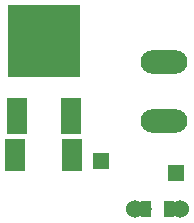
<source format=gts>
G04 (created by PCBNEW (2013-07-07 BZR 4022)-stable) date 24/10/2014 07:26:06*
%MOIN*%
G04 Gerber Fmt 3.4, Leading zero omitted, Abs format*
%FSLAX34Y34*%
G01*
G70*
G90*
G04 APERTURE LIST*
%ADD10C,0.00590551*%
%ADD11R,0.06X0.008*%
%ADD12R,0.035X0.055*%
%ADD13C,0.06*%
%ADD14R,0.065X0.12*%
%ADD15R,0.24X0.24*%
%ADD16O,0.156X0.078*%
%ADD17R,0.0709X0.1063*%
%ADD18R,0.055X0.055*%
G04 APERTURE END LIST*
G54D10*
G54D11*
X86800Y-69600D03*
G54D12*
X87675Y-69600D03*
X86925Y-69600D03*
G54D13*
X86550Y-69600D03*
X88050Y-69600D03*
G54D11*
X87800Y-69600D03*
G54D14*
X82600Y-66500D03*
G54D15*
X83500Y-64000D03*
G54D14*
X84400Y-66500D03*
G54D16*
X87500Y-64710D03*
X87500Y-66680D03*
G54D17*
X82555Y-67800D03*
X84445Y-67800D03*
G54D18*
X85400Y-68000D03*
X87900Y-68400D03*
M02*

</source>
